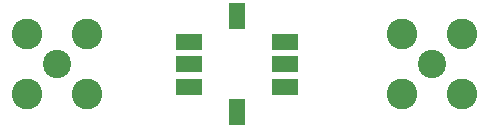
<source format=gbr>
%TF.GenerationSoftware,KiCad,Pcbnew,5.0.0*%
%TF.CreationDate,2018-08-21T18:31:41-04:00*%
%TF.ProjectId,140bpf,3134306270662E6B696361645F706362,rev?*%
%TF.SameCoordinates,Original*%
%TF.FileFunction,Soldermask,Top*%
%TF.FilePolarity,Negative*%
%FSLAX46Y46*%
G04 Gerber Fmt 4.6, Leading zero omitted, Abs format (unit mm)*
G04 Created by KiCad (PCBNEW 5.0.0) date Tue Aug 21 18:31:41 2018*
%MOMM*%
%LPD*%
G01*
G04 APERTURE LIST*
%ADD10C,2.400000*%
%ADD11C,2.600000*%
%ADD12R,2.180000X1.420000*%
%ADD13R,1.420000X2.180000*%
G04 APERTURE END LIST*
D10*
X95250000Y-63500000D03*
D11*
X97790000Y-66040000D03*
X97790000Y-60960000D03*
X92710000Y-60960000D03*
X92710000Y-66040000D03*
X124460000Y-66040000D03*
X124460000Y-60960000D03*
X129540000Y-60960000D03*
X129540000Y-66040000D03*
D10*
X127000000Y-63500000D03*
D12*
X114555000Y-61590000D03*
X114555000Y-63500000D03*
X114555000Y-65410000D03*
D13*
X110490000Y-67565000D03*
D12*
X106425000Y-65410000D03*
X106425000Y-63500000D03*
X106425000Y-61590000D03*
D13*
X110490000Y-59435000D03*
M02*

</source>
